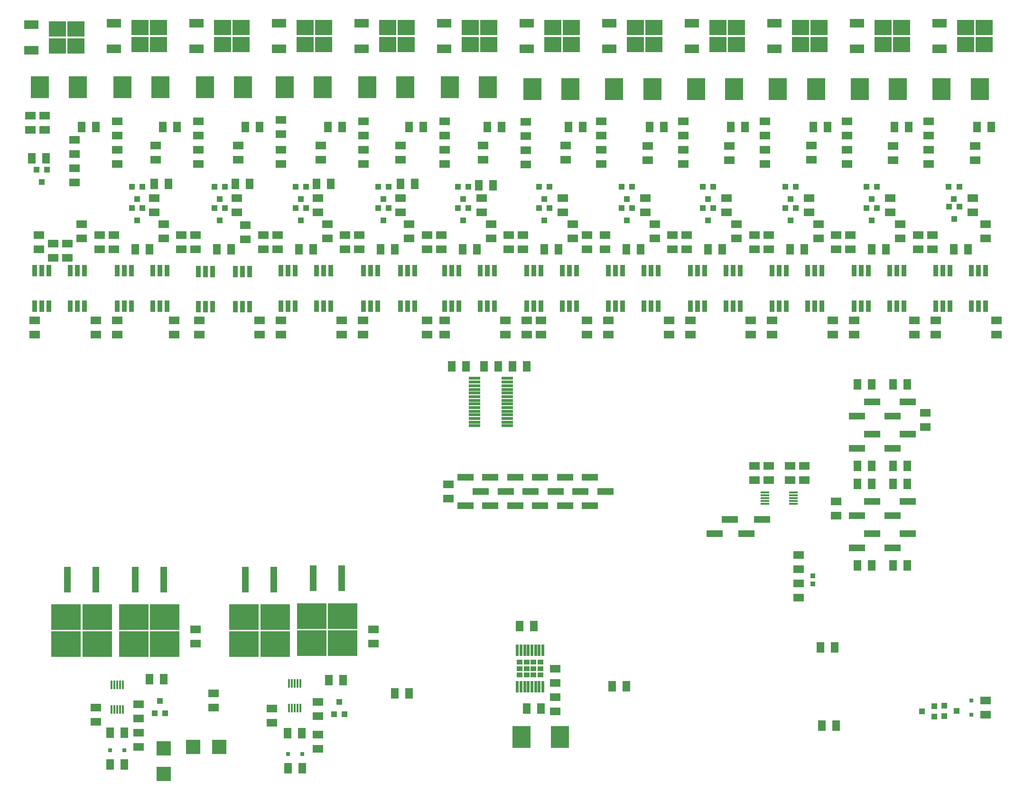
<source format=gtp>
G04 #@! TF.GenerationSoftware,KiCad,Pcbnew,7.0.9*
G04 #@! TF.CreationDate,2023-12-21T14:40:27+01:00*
G04 #@! TF.ProjectId,zone-controller,7a6f6e65-2d63-46f6-9e74-726f6c6c6572,v2.0*
G04 #@! TF.SameCoordinates,Original*
G04 #@! TF.FileFunction,Paste,Top*
G04 #@! TF.FilePolarity,Positive*
%FSLAX46Y46*%
G04 Gerber Fmt 4.6, Leading zero omitted, Abs format (unit mm)*
G04 Created by KiCad (PCBNEW 7.0.9) date 2023-12-21 14:40:27*
%MOMM*%
%LPD*%
G01*
G04 APERTURE LIST*
G04 Aperture macros list*
%AMOutline4P*
0 Free polygon, 4 corners , with rotation*
0 The origin of the aperture is its center*
0 number of corners: always 4*
0 $1 to $8 corner X, Y*
0 $9 Rotation angle, in degrees counterclockwise*
0 create outline with 4 corners*
4,1,4,$1,$2,$3,$4,$5,$6,$7,$8,$1,$2,$9*%
G04 Aperture macros list end*
%ADD10Outline4P,-0.650000X-0.900000X0.650000X-0.900000X0.650000X0.900000X-0.650000X0.900000X270.000000*%
%ADD11R,0.900000X2.000000*%
%ADD12Outline4P,-0.650000X-0.900000X0.650000X-0.900000X0.650000X0.900000X-0.650000X0.900000X90.000000*%
%ADD13Outline4P,-0.650000X-0.900000X0.650000X-0.900000X0.650000X0.900000X-0.650000X0.900000X0.000000*%
%ADD14R,3.050000X2.750000*%
%ADD15R,2.500000X1.500000*%
%ADD16Outline4P,-0.650000X-0.900000X0.650000X-0.900000X0.650000X0.900000X-0.650000X0.900000X180.000000*%
%ADD17R,3.000000X1.250000*%
%ADD18R,1.000000X1.000000*%
%ADD19R,5.250000X4.550000*%
%ADD20R,1.250000X4.600000*%
%ADD21R,2.500000X2.500000*%
%ADD22R,0.800000X0.800000*%
%ADD23R,3.300000X4.000000*%
%ADD24R,2.000000X0.500000*%
%ADD25R,0.900000X0.900000*%
%ADD26R,0.350000X1.500000*%
%ADD27R,1.050000X0.880000*%
%ADD28R,0.500000X2.000000*%
%ADD29R,1.500000X0.350000*%
G04 APERTURE END LIST*
D10*
X149860000Y-123317000D03*
X149860000Y-125857000D03*
X142240000Y-91059000D03*
X142240000Y-93599000D03*
D11*
X252095000Y-120752000D03*
X253365000Y-120752000D03*
X254635000Y-120752000D03*
X254635000Y-114452000D03*
X253365000Y-114452000D03*
X252095000Y-114452000D03*
D10*
X193802000Y-87757000D03*
X193802000Y-90297000D03*
D12*
X258572000Y-104013000D03*
X258572000Y-101473000D03*
D11*
X202946000Y-114452000D03*
X201676000Y-114452000D03*
X200406000Y-114452000D03*
X200406000Y-120752000D03*
X201676000Y-120752000D03*
X202946000Y-120752000D03*
D13*
X240665000Y-110617000D03*
X243205000Y-110617000D03*
D14*
X301220000Y-70992000D03*
X301220000Y-74042000D03*
X304570000Y-70992000D03*
X304570000Y-74042000D03*
D15*
X296595000Y-70237000D03*
X296595000Y-74797000D03*
D12*
X266065000Y-110617000D03*
X266065000Y-108077000D03*
D10*
X200406000Y-92075000D03*
X200406000Y-94615000D03*
D16*
X182753000Y-197104000D03*
X180213000Y-197104000D03*
D12*
X265430000Y-95377000D03*
X265430000Y-92837000D03*
D17*
X281835000Y-163957000D03*
X284585000Y-161417000D03*
X234210000Y-156464000D03*
X236960000Y-153924000D03*
X234210000Y-151384000D03*
D12*
X227965000Y-193167000D03*
X227965000Y-190627000D03*
D18*
X300162000Y-103013000D03*
X298262000Y-103013000D03*
X299212000Y-105213000D03*
D12*
X236220000Y-90297000D03*
X236220000Y-87757000D03*
D18*
X198308000Y-99457000D03*
X196408000Y-99457000D03*
X197358000Y-101657000D03*
D13*
X200406000Y-98933000D03*
X202946000Y-98933000D03*
D12*
X295275000Y-110617000D03*
X295275000Y-108077000D03*
D14*
X257024000Y-70992000D03*
X257024000Y-74042000D03*
X260374000Y-70992000D03*
X260374000Y-74042000D03*
D15*
X252399000Y-70237000D03*
X252399000Y-74797000D03*
D12*
X158115000Y-108712000D03*
X158115000Y-106172000D03*
D13*
X221615000Y-177927000D03*
X224155000Y-177927000D03*
D16*
X290830000Y-134747000D03*
X288290000Y-134747000D03*
D11*
X246380000Y-114452000D03*
X245110000Y-114452000D03*
X243840000Y-114452000D03*
X243840000Y-120752000D03*
X245110000Y-120752000D03*
X246380000Y-120752000D03*
D12*
X208915000Y-155194000D03*
X208915000Y-152654000D03*
D17*
X259185000Y-158877000D03*
X256435000Y-161417000D03*
D13*
X187579000Y-187579000D03*
X190119000Y-187579000D03*
D11*
X164338000Y-120879000D03*
X165608000Y-120879000D03*
X166878000Y-120879000D03*
X166878000Y-114579000D03*
X165608000Y-114579000D03*
X164338000Y-114579000D03*
D14*
X168632000Y-70992000D03*
X168632000Y-74042000D03*
X171982000Y-70992000D03*
X171982000Y-74042000D03*
D15*
X164007000Y-70237000D03*
X164007000Y-74797000D03*
D10*
X292100000Y-123317000D03*
X292100000Y-125857000D03*
X164338000Y-92837000D03*
X164338000Y-95377000D03*
X288290000Y-92202000D03*
X288290000Y-94742000D03*
D13*
X214376000Y-99187000D03*
X216916000Y-99187000D03*
D12*
X236220000Y-95377000D03*
X236220000Y-92837000D03*
D10*
X163830000Y-178562000D03*
X163830000Y-181102000D03*
D19*
X190100000Y-176137000D03*
X184550000Y-176137000D03*
X190100000Y-180987000D03*
X184550000Y-180987000D03*
D20*
X189865000Y-169412000D03*
X184785000Y-169412000D03*
D16*
X218440000Y-88773000D03*
X215900000Y-88773000D03*
X212090000Y-131572000D03*
X209550000Y-131572000D03*
D18*
X295640000Y-194117000D03*
X295640000Y-192217000D03*
X293440000Y-193167000D03*
D12*
X250825000Y-95377000D03*
X250825000Y-92837000D03*
D18*
X227010000Y-99441000D03*
X225110000Y-99441000D03*
X226060000Y-101641000D03*
D12*
X200406000Y-104013000D03*
X200406000Y-101473000D03*
D10*
X156718000Y-92075000D03*
X156718000Y-94615000D03*
X237490000Y-123317000D03*
X237490000Y-125857000D03*
X142240000Y-96139000D03*
X142240000Y-98679000D03*
D17*
X288185000Y-158242000D03*
X290935000Y-155702000D03*
D11*
X231775000Y-114452000D03*
X230505000Y-114452000D03*
X229235000Y-114452000D03*
X229235000Y-120752000D03*
X230505000Y-120752000D03*
X231775000Y-120752000D03*
D12*
X163830000Y-110617000D03*
X163830000Y-108077000D03*
D21*
X163435000Y-199517000D03*
X168035000Y-199517000D03*
D18*
X241742000Y-99457000D03*
X239842000Y-99457000D03*
X240792000Y-101657000D03*
D12*
X161290000Y-110617000D03*
X161290000Y-108077000D03*
D18*
X285430000Y-99457000D03*
X283530000Y-99457000D03*
X284480000Y-101657000D03*
X256220000Y-103267000D03*
X254320000Y-103267000D03*
X255270000Y-105467000D03*
D22*
X148590000Y-200152000D03*
X151130000Y-200152000D03*
D11*
X295910000Y-120752000D03*
X297180000Y-120752000D03*
X298450000Y-120752000D03*
X298450000Y-114452000D03*
X297180000Y-114452000D03*
X295910000Y-114452000D03*
D23*
X274545000Y-82042000D03*
X267745000Y-82042000D03*
X215998000Y-81661000D03*
X209198000Y-81661000D03*
D18*
X212532000Y-103267000D03*
X210632000Y-103267000D03*
X211582000Y-105467000D03*
X300096000Y-99441000D03*
X298196000Y-99441000D03*
X299146000Y-101641000D03*
D12*
X143510000Y-108712000D03*
X143510000Y-106172000D03*
D13*
X180340000Y-203327000D03*
X182880000Y-203327000D03*
D14*
X153900000Y-70992000D03*
X153900000Y-74042000D03*
X157250000Y-70992000D03*
X157250000Y-74042000D03*
D15*
X149275000Y-70237000D03*
X149275000Y-74797000D03*
D17*
X290935000Y-143637000D03*
X288185000Y-146177000D03*
D10*
X259080000Y-92202000D03*
X259080000Y-94742000D03*
D11*
X179070000Y-120752000D03*
X180340000Y-120752000D03*
X181610000Y-120752000D03*
X181610000Y-114452000D03*
X180340000Y-114452000D03*
X179070000Y-114452000D03*
D10*
X177419000Y-192659000D03*
X177419000Y-195199000D03*
X306705000Y-123317000D03*
X306705000Y-125857000D03*
D23*
X186534000Y-81661000D03*
X179734000Y-81661000D03*
D13*
X238125000Y-188722000D03*
X240665000Y-188722000D03*
X167640000Y-110617000D03*
X170180000Y-110617000D03*
D10*
X164465000Y-123317000D03*
X164465000Y-125857000D03*
D13*
X226060000Y-110617000D03*
X228600000Y-110617000D03*
D12*
X250825000Y-90297000D03*
X250825000Y-87757000D03*
D10*
X266700000Y-123317000D03*
X266700000Y-125857000D03*
D18*
X154366000Y-103267000D03*
X152466000Y-103267000D03*
X153416000Y-105467000D03*
D16*
X276606000Y-88773000D03*
X274066000Y-88773000D03*
D22*
X180340000Y-200787000D03*
X182880000Y-200787000D03*
D12*
X140970000Y-112141000D03*
X140970000Y-109601000D03*
X185674000Y-199898000D03*
X185674000Y-197358000D03*
D18*
X183576000Y-103267000D03*
X181676000Y-103267000D03*
X182626000Y-105467000D03*
D11*
X135128000Y-120752000D03*
X136398000Y-120752000D03*
X137668000Y-120752000D03*
X137668000Y-114452000D03*
X136398000Y-114452000D03*
X135128000Y-114452000D03*
D12*
X244094000Y-104013000D03*
X244094000Y-101473000D03*
X265430000Y-90297000D03*
X265430000Y-87757000D03*
D10*
X179070000Y-87503000D03*
X179070000Y-90043000D03*
D12*
X219710000Y-110617000D03*
X219710000Y-108077000D03*
D10*
X134366000Y-86741000D03*
X134366000Y-89281000D03*
D12*
X135890000Y-110617000D03*
X135890000Y-108077000D03*
D17*
X216430000Y-156464000D03*
X219180000Y-153924000D03*
X216430000Y-151384000D03*
D18*
X156530000Y-193532000D03*
X158430000Y-193532000D03*
X157480000Y-191332000D03*
D10*
X222885000Y-123317000D03*
X222885000Y-125857000D03*
D12*
X214884000Y-104013000D03*
X214884000Y-101473000D03*
D10*
X215138000Y-92075000D03*
X215138000Y-94615000D03*
D12*
X263525000Y-110617000D03*
X263525000Y-108077000D03*
D10*
X208280000Y-87757000D03*
X208280000Y-90297000D03*
D18*
X270952000Y-99441000D03*
X269052000Y-99441000D03*
X270002000Y-101641000D03*
D19*
X146285000Y-176337000D03*
X140735000Y-176337000D03*
X146285000Y-181187000D03*
X140735000Y-181187000D03*
D20*
X146050000Y-169612000D03*
X140970000Y-169612000D03*
D14*
X242292000Y-70992000D03*
X242292000Y-74042000D03*
X245642000Y-70992000D03*
X245642000Y-74042000D03*
D15*
X237667000Y-70237000D03*
X237667000Y-74797000D03*
D10*
X208280000Y-123317000D03*
X208280000Y-125857000D03*
X171450000Y-92075000D03*
X171450000Y-94615000D03*
D12*
X248920000Y-110617000D03*
X248920000Y-108077000D03*
D10*
X175260000Y-123317000D03*
X175260000Y-125857000D03*
D18*
X183576000Y-99457000D03*
X181676000Y-99457000D03*
X182626000Y-101657000D03*
X256220000Y-99457000D03*
X254320000Y-99457000D03*
X255270000Y-101657000D03*
D16*
X222885000Y-131572000D03*
X220345000Y-131572000D03*
D12*
X193040000Y-110617000D03*
X193040000Y-108077000D03*
X149225000Y-110617000D03*
X149225000Y-108077000D03*
X251460000Y-110617000D03*
X251460000Y-108077000D03*
D13*
X288290000Y-149352000D03*
X290830000Y-149352000D03*
D16*
X247396000Y-88773000D03*
X244856000Y-88773000D03*
D12*
X294640000Y-90297000D03*
X294640000Y-87757000D03*
D10*
X146050000Y-123317000D03*
X146050000Y-125857000D03*
D13*
X170942000Y-98933000D03*
X173482000Y-98933000D03*
D12*
X172720000Y-108839000D03*
X172720000Y-106299000D03*
X175895000Y-110617000D03*
X175895000Y-108077000D03*
D18*
X241742000Y-103267000D03*
X239842000Y-103267000D03*
X240792000Y-105467000D03*
D12*
X146685000Y-110617000D03*
X146685000Y-108077000D03*
D18*
X297434000Y-192156000D03*
X297434000Y-194056000D03*
X299634000Y-193106000D03*
D12*
X222758000Y-90424000D03*
X222758000Y-87884000D03*
D10*
X233680000Y-123317000D03*
X233680000Y-125857000D03*
X248285000Y-123317000D03*
X248285000Y-125857000D03*
D12*
X222758000Y-95504000D03*
X222758000Y-92964000D03*
X269875000Y-151892000D03*
X269875000Y-149352000D03*
D10*
X149860000Y-87757000D03*
X149860000Y-90297000D03*
X295910000Y-123317000D03*
X295910000Y-125857000D03*
D23*
X245335000Y-82042000D03*
X238535000Y-82042000D03*
X142846000Y-81661000D03*
X136046000Y-81661000D03*
D18*
X227010000Y-103267000D03*
X225110000Y-103267000D03*
X226060000Y-105467000D03*
D19*
X158350000Y-176337000D03*
X152800000Y-176337000D03*
X158350000Y-181187000D03*
X152800000Y-181187000D03*
D20*
X158115000Y-169612000D03*
X153035000Y-169612000D03*
D16*
X189992000Y-88773000D03*
X187452000Y-88773000D03*
D13*
X284480000Y-110617000D03*
X287020000Y-110617000D03*
D16*
X204470000Y-88773000D03*
X201930000Y-88773000D03*
D10*
X229870000Y-92075000D03*
X229870000Y-94615000D03*
D16*
X146050000Y-88773000D03*
X143510000Y-88773000D03*
D11*
X290195000Y-114452000D03*
X288925000Y-114452000D03*
X287655000Y-114452000D03*
X287655000Y-120752000D03*
X288925000Y-120752000D03*
X290195000Y-120752000D03*
X144018000Y-114452000D03*
X142748000Y-114452000D03*
X141478000Y-114452000D03*
X141478000Y-120752000D03*
X142748000Y-120752000D03*
X144018000Y-120752000D03*
D12*
X287782000Y-104013000D03*
X287782000Y-101473000D03*
D17*
X225320000Y-156464000D03*
X228070000Y-153924000D03*
X225320000Y-151384000D03*
D12*
X280035000Y-95377000D03*
X280035000Y-92837000D03*
D21*
X158115000Y-204357000D03*
X158115000Y-199757000D03*
D10*
X278130000Y-155702000D03*
X278130000Y-158242000D03*
D14*
X227560000Y-70992000D03*
X227560000Y-74042000D03*
X230910000Y-70992000D03*
X230910000Y-74042000D03*
D15*
X222935000Y-70237000D03*
X222935000Y-74797000D03*
D12*
X222250000Y-110617000D03*
X222250000Y-108077000D03*
D11*
X217170000Y-114452000D03*
X215900000Y-114452000D03*
X214630000Y-114452000D03*
X214630000Y-120752000D03*
X215900000Y-120752000D03*
X217170000Y-120752000D03*
D23*
X259940000Y-82042000D03*
X253140000Y-82042000D03*
D13*
X281940000Y-152527000D03*
X284480000Y-152527000D03*
D10*
X160020000Y-123317000D03*
X160020000Y-125857000D03*
D11*
X266700000Y-120752000D03*
X267970000Y-120752000D03*
X269240000Y-120752000D03*
X269240000Y-114452000D03*
X267970000Y-114452000D03*
X266700000Y-114452000D03*
X187960000Y-114452000D03*
X186690000Y-114452000D03*
X185420000Y-114452000D03*
X185420000Y-120752000D03*
X186690000Y-120752000D03*
X187960000Y-120752000D03*
D23*
X172310000Y-81661000D03*
X165510000Y-81661000D03*
D13*
X211455000Y-110617000D03*
X213995000Y-110617000D03*
D12*
X304800000Y-108712000D03*
X304800000Y-106172000D03*
D10*
X244475000Y-92202000D03*
X244475000Y-94742000D03*
D17*
X288185000Y-140462000D03*
X290935000Y-137922000D03*
D13*
X269875000Y-110617000D03*
X272415000Y-110617000D03*
D22*
X302260000Y-193802000D03*
X302260000Y-191262000D03*
D24*
X213632500Y-133697000D03*
X213632500Y-134347000D03*
X213632500Y-134997000D03*
X213632500Y-135647000D03*
X213632500Y-136297000D03*
X213632500Y-136947000D03*
X213632500Y-137597000D03*
X213632500Y-138247000D03*
X213632500Y-138897000D03*
X213632500Y-139547000D03*
X213632500Y-140197000D03*
X213632500Y-140847000D03*
X213632500Y-141497000D03*
X213632500Y-142147000D03*
X219437500Y-142147000D03*
X219437500Y-141497000D03*
X219437500Y-140847000D03*
X219437500Y-140197000D03*
X219437500Y-139547000D03*
X219437500Y-138897000D03*
X219437500Y-138247000D03*
X219437500Y-137597000D03*
X219437500Y-136947000D03*
X219437500Y-136297000D03*
X219437500Y-135647000D03*
X219437500Y-134997000D03*
X219437500Y-134347000D03*
X219437500Y-133697000D03*
D10*
X153670000Y-191897000D03*
X153670000Y-194437000D03*
D12*
X292735000Y-110617000D03*
X292735000Y-108077000D03*
D25*
X273939000Y-170397000D03*
X273939000Y-168947000D03*
D11*
X193802000Y-120752000D03*
X195072000Y-120752000D03*
X196342000Y-120752000D03*
X196342000Y-114452000D03*
X195072000Y-114452000D03*
X193802000Y-114452000D03*
D12*
X216535000Y-108712000D03*
X216535000Y-106172000D03*
X278130000Y-110617000D03*
X278130000Y-108077000D03*
D18*
X169098000Y-99457000D03*
X167198000Y-99457000D03*
X168148000Y-101657000D03*
D12*
X260350000Y-108712000D03*
X260350000Y-106172000D03*
D16*
X291084000Y-88773000D03*
X288544000Y-88773000D03*
X284480000Y-134747000D03*
X281940000Y-134747000D03*
D23*
X303755000Y-82042000D03*
X296955000Y-82042000D03*
D17*
X211985000Y-156464000D03*
X214735000Y-153924000D03*
X211985000Y-151384000D03*
D12*
X273304000Y-104013000D03*
X273304000Y-101473000D03*
D26*
X148860000Y-192827000D03*
X149360000Y-192827000D03*
X149860000Y-192827000D03*
X150360000Y-192827000D03*
X150860000Y-192827000D03*
X150860000Y-188427000D03*
X150360000Y-188427000D03*
X149860000Y-188427000D03*
X149360000Y-188427000D03*
X148860000Y-188427000D03*
D10*
X164338000Y-87757000D03*
X164338000Y-90297000D03*
D12*
X271399000Y-172847000D03*
X271399000Y-170307000D03*
D17*
X229765000Y-156464000D03*
X232515000Y-153924000D03*
X229765000Y-151384000D03*
D13*
X215265000Y-131572000D03*
X217805000Y-131572000D03*
D10*
X208280000Y-92837000D03*
X208280000Y-95377000D03*
D17*
X284585000Y-137922000D03*
X281835000Y-140462000D03*
D12*
X274955000Y-108712000D03*
X274955000Y-106172000D03*
D10*
X195580000Y-178562000D03*
X195580000Y-181102000D03*
X277495000Y-123317000D03*
X277495000Y-125857000D03*
D13*
X275336000Y-181737000D03*
X277876000Y-181737000D03*
D11*
X304800000Y-114452000D03*
X303530000Y-114452000D03*
X302260000Y-114452000D03*
X302260000Y-120752000D03*
X303530000Y-120752000D03*
X304800000Y-120752000D03*
D14*
X286488000Y-70992000D03*
X286488000Y-74042000D03*
X289838000Y-70992000D03*
X289838000Y-74042000D03*
D15*
X281863000Y-70237000D03*
X281863000Y-74797000D03*
D11*
X237490000Y-120752000D03*
X238760000Y-120752000D03*
X240030000Y-120752000D03*
X240030000Y-114452000D03*
X238760000Y-114452000D03*
X237490000Y-114452000D03*
X149860000Y-120752000D03*
X151130000Y-120752000D03*
X152400000Y-120752000D03*
X152400000Y-114452000D03*
X151130000Y-114452000D03*
X149860000Y-114452000D03*
D12*
X272415000Y-151892000D03*
X272415000Y-149352000D03*
D27*
X221645000Y-186680400D03*
X222895000Y-186680400D03*
X224145000Y-186680400D03*
X225395000Y-186680400D03*
X221645000Y-185547000D03*
X222895000Y-185547000D03*
X224145000Y-185547000D03*
X225395000Y-185547000D03*
X221645000Y-184413600D03*
X222895000Y-184413600D03*
X224145000Y-184413600D03*
X225395000Y-184413600D03*
D28*
X221245000Y-188797000D03*
X221895000Y-188797000D03*
X222545000Y-188797000D03*
X223195000Y-188797000D03*
X223845000Y-188797000D03*
X224495000Y-188797000D03*
X225145000Y-188797000D03*
X225795000Y-188797000D03*
X225795000Y-182297000D03*
X225145000Y-182297000D03*
X224495000Y-182297000D03*
X223845000Y-182297000D03*
X223195000Y-182297000D03*
X222545000Y-182297000D03*
X221895000Y-182297000D03*
X221245000Y-182297000D03*
D12*
X201930000Y-108712000D03*
X201930000Y-106172000D03*
D10*
X193675000Y-123317000D03*
X193675000Y-125857000D03*
X281305000Y-123317000D03*
X281305000Y-125857000D03*
D12*
X231140000Y-108712000D03*
X231140000Y-106172000D03*
D18*
X212532000Y-99457000D03*
X210632000Y-99457000D03*
X211582000Y-101657000D03*
D14*
X271756000Y-70992000D03*
X271756000Y-74042000D03*
X275106000Y-70992000D03*
X275106000Y-74042000D03*
D15*
X267131000Y-70237000D03*
X267131000Y-74797000D03*
D29*
X265430000Y-154067000D03*
X265430000Y-154567000D03*
X265430000Y-155067000D03*
X265430000Y-155567000D03*
X265430000Y-156067000D03*
X270510000Y-156067000D03*
X270510000Y-155567000D03*
X270510000Y-155067000D03*
X270510000Y-154567000D03*
X270510000Y-154067000D03*
D11*
X275590000Y-114452000D03*
X274320000Y-114452000D03*
X273050000Y-114452000D03*
X273050000Y-120752000D03*
X274320000Y-120752000D03*
X275590000Y-120752000D03*
D16*
X175260000Y-88773000D03*
X172720000Y-88773000D03*
D10*
X252095000Y-123317000D03*
X252095000Y-125857000D03*
D12*
X205105000Y-110617000D03*
X205105000Y-108077000D03*
D10*
X149860000Y-92837000D03*
X149860000Y-95377000D03*
X205105000Y-123317000D03*
X205105000Y-125857000D03*
D18*
X198308000Y-103267000D03*
X196408000Y-103267000D03*
X197358000Y-105467000D03*
D16*
X261874000Y-88773000D03*
X259334000Y-88773000D03*
D10*
X179070000Y-92837000D03*
X179070000Y-95377000D03*
D14*
X198096000Y-70992000D03*
X198096000Y-74042000D03*
X201446000Y-70992000D03*
X201446000Y-74042000D03*
D15*
X193471000Y-70237000D03*
X193471000Y-74797000D03*
D14*
X183364000Y-70992000D03*
X183364000Y-74042000D03*
X186714000Y-70992000D03*
X186714000Y-74042000D03*
D15*
X178739000Y-70237000D03*
X178739000Y-74797000D03*
D17*
X290935000Y-161417000D03*
X288185000Y-163957000D03*
D13*
X153035000Y-110617000D03*
X155575000Y-110617000D03*
D23*
X157578000Y-81661000D03*
X150778000Y-81661000D03*
D10*
X262890000Y-123317000D03*
X262890000Y-125857000D03*
D18*
X137348000Y-96409000D03*
X135448000Y-96409000D03*
X136398000Y-98609000D03*
D10*
X193802000Y-92837000D03*
X193802000Y-95377000D03*
D16*
X305816000Y-88773000D03*
X303276000Y-88773000D03*
D13*
X299085000Y-110617000D03*
X301625000Y-110617000D03*
D12*
X236855000Y-110617000D03*
X236855000Y-108077000D03*
D10*
X294005000Y-139827000D03*
X294005000Y-142367000D03*
D18*
X270952000Y-103267000D03*
X269052000Y-103267000D03*
X270002000Y-105467000D03*
D23*
X222025000Y-197739000D03*
X228825000Y-197739000D03*
D12*
X187325000Y-108712000D03*
X187325000Y-106172000D03*
D10*
X302895000Y-92202000D03*
X302895000Y-94742000D03*
D11*
X158750000Y-114452000D03*
X157480000Y-114452000D03*
X156210000Y-114452000D03*
X156210000Y-120752000D03*
X157480000Y-120752000D03*
X158750000Y-120752000D03*
D17*
X281835000Y-146177000D03*
X284585000Y-143637000D03*
D18*
X285430000Y-103267000D03*
X283530000Y-103267000D03*
X284480000Y-105467000D03*
D12*
X289560000Y-108712000D03*
X289560000Y-106172000D03*
D13*
X281940000Y-149352000D03*
X284480000Y-149352000D03*
D11*
X208280000Y-120752000D03*
X209550000Y-120752000D03*
X210820000Y-120752000D03*
X210820000Y-114452000D03*
X209550000Y-114452000D03*
X208280000Y-114452000D03*
X222885000Y-120752000D03*
X224155000Y-120752000D03*
X225425000Y-120752000D03*
X225425000Y-114452000D03*
X224155000Y-114452000D03*
X222885000Y-114452000D03*
D12*
X294640000Y-95377000D03*
X294640000Y-92837000D03*
X156464000Y-104013000D03*
X156464000Y-101473000D03*
D11*
X173482000Y-114579000D03*
X172212000Y-114579000D03*
X170942000Y-114579000D03*
X170942000Y-120879000D03*
X172212000Y-120879000D03*
X173482000Y-120879000D03*
D14*
X212828000Y-70992000D03*
X212828000Y-74042000D03*
X216178000Y-70992000D03*
X216178000Y-74042000D03*
D15*
X208203000Y-70237000D03*
X208203000Y-74797000D03*
D11*
X260985000Y-114452000D03*
X259715000Y-114452000D03*
X258445000Y-114452000D03*
X258445000Y-120752000D03*
X259715000Y-120752000D03*
X260985000Y-120752000D03*
D12*
X271399000Y-167767000D03*
X271399000Y-165227000D03*
D17*
X264900000Y-158877000D03*
X262150000Y-161417000D03*
X220875000Y-156464000D03*
X223625000Y-153924000D03*
X220875000Y-151384000D03*
D13*
X275590000Y-195707000D03*
X278130000Y-195707000D03*
D10*
X135128000Y-123317000D03*
X135128000Y-125857000D03*
D12*
X266065000Y-151892000D03*
X266065000Y-149352000D03*
D10*
X136906000Y-86741000D03*
X136906000Y-89281000D03*
D18*
X169098000Y-103267000D03*
X167198000Y-103267000D03*
X168148000Y-105467000D03*
D13*
X199390000Y-189992000D03*
X201930000Y-189992000D03*
D16*
X160528000Y-88773000D03*
X157988000Y-88773000D03*
D18*
X188534000Y-193659000D03*
X190434000Y-193659000D03*
X189484000Y-191459000D03*
D12*
X233680000Y-110617000D03*
X233680000Y-108077000D03*
D11*
X281305000Y-120752000D03*
X282575000Y-120752000D03*
X283845000Y-120752000D03*
X283845000Y-114452000D03*
X282575000Y-114452000D03*
X281305000Y-114452000D03*
D13*
X255270000Y-110617000D03*
X257810000Y-110617000D03*
D12*
X280035000Y-90297000D03*
X280035000Y-87757000D03*
D13*
X148590000Y-202692000D03*
X151130000Y-202692000D03*
D10*
X304800000Y-191262000D03*
X304800000Y-193802000D03*
D16*
X232918000Y-88773000D03*
X230378000Y-88773000D03*
D26*
X180499000Y-192614000D03*
X180999000Y-192614000D03*
X181499000Y-192614000D03*
X181999000Y-192614000D03*
X182499000Y-192614000D03*
X182499000Y-188214000D03*
X181999000Y-188214000D03*
X181499000Y-188214000D03*
X180999000Y-188214000D03*
X180499000Y-188214000D03*
D16*
X151130000Y-196977000D03*
X148590000Y-196977000D03*
D17*
X284585000Y-155702000D03*
X281835000Y-158242000D03*
D23*
X201266000Y-81661000D03*
X194466000Y-81661000D03*
D12*
X190500000Y-110617000D03*
X190500000Y-108077000D03*
D13*
X155575000Y-187452000D03*
X158115000Y-187452000D03*
D10*
X167005000Y-189992000D03*
X167005000Y-192532000D03*
D16*
X137160000Y-94361000D03*
X134620000Y-94361000D03*
D10*
X186182000Y-92075000D03*
X186182000Y-94615000D03*
X227965000Y-185547000D03*
X227965000Y-188087000D03*
X185674000Y-191516000D03*
X185674000Y-194056000D03*
D14*
X139168000Y-71246000D03*
X139168000Y-74296000D03*
X142518000Y-71246000D03*
X142518000Y-74296000D03*
D15*
X134543000Y-70491000D03*
X134543000Y-75051000D03*
D23*
X230730000Y-82042000D03*
X223930000Y-82042000D03*
D12*
X229362000Y-104013000D03*
X229362000Y-101473000D03*
X178435000Y-110617000D03*
X178435000Y-108077000D03*
X302514000Y-104013000D03*
X302514000Y-101473000D03*
D13*
X222885000Y-192659000D03*
X225425000Y-192659000D03*
X288290000Y-152527000D03*
X290830000Y-152527000D03*
D12*
X245745000Y-108712000D03*
X245745000Y-106172000D03*
D10*
X189865000Y-123317000D03*
X189865000Y-125857000D03*
X146050000Y-192532000D03*
X146050000Y-195072000D03*
D13*
X156464000Y-98933000D03*
X159004000Y-98933000D03*
D16*
X290830000Y-167132000D03*
X288290000Y-167132000D03*
D12*
X153670000Y-199517000D03*
X153670000Y-196977000D03*
X207645000Y-110617000D03*
X207645000Y-108077000D03*
X263525000Y-151892000D03*
X263525000Y-149352000D03*
D13*
X185420000Y-98933000D03*
X187960000Y-98933000D03*
D16*
X284480000Y-167132000D03*
X281940000Y-167132000D03*
D12*
X280670000Y-110617000D03*
X280670000Y-108077000D03*
D10*
X179070000Y-123317000D03*
X179070000Y-125857000D03*
D13*
X196850000Y-110617000D03*
X199390000Y-110617000D03*
D12*
X138430000Y-112141000D03*
X138430000Y-109601000D03*
D13*
X182245000Y-110617000D03*
X184785000Y-110617000D03*
D12*
X171196000Y-104013000D03*
X171196000Y-101473000D03*
D19*
X178035000Y-176337000D03*
X172485000Y-176337000D03*
X178035000Y-181187000D03*
X172485000Y-181187000D03*
D20*
X177800000Y-169612000D03*
X172720000Y-169612000D03*
D18*
X154366000Y-99457000D03*
X152466000Y-99457000D03*
X153416000Y-101657000D03*
D10*
X219075000Y-123317000D03*
X219075000Y-125857000D03*
X273685000Y-92075000D03*
X273685000Y-94615000D03*
D23*
X289150000Y-82042000D03*
X282350000Y-82042000D03*
D12*
X185674000Y-104013000D03*
X185674000Y-101473000D03*
D10*
X225425000Y-123317000D03*
X225425000Y-125857000D03*
M02*

</source>
